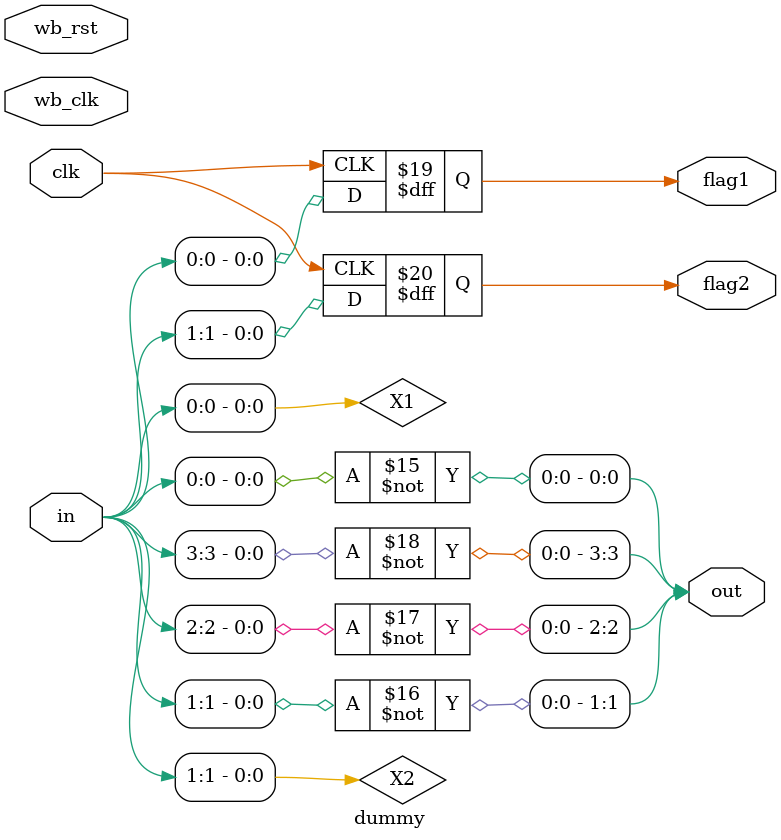
<source format=v>
module dummy(in,clk,out,flag1,flag2,wb_rst,wb_clk);
input [10:0] in;
input clk;
output reg flag1;
output reg flag2;
output [3:0] out;
input wb_rst,wb_clk;
// Wire
wire [10:0] x3;
wire X1,X2,X3,X4;
assign X1=in[0];    
assign X2=in[1];

not (x3[0],in[0]);
not (x3[1],in[1]);
not (x3[2],in[2]);
not (x3[3],in[3]);
not (x3[4],in[4]);
not (x3[5],in[5]);
not (x3[6],in[6]);
not (x3[7],in[7]);
not (x3[8],in[8]);
not (x3[9],in[9]);
not (x3[10],in[10]);
not (X3,wb_rst);
not (X4,wb_clk);
not (out[0],in[0]);
not (out[1],in[1]);
not (out[2],in[2]);
not (out[3],in[3]);


// 7 Output Pad Reserve by using below logic
always@(posedge clk)
begin
flag1<=X1;
flag2<=X2;
end
endmodule

</source>
